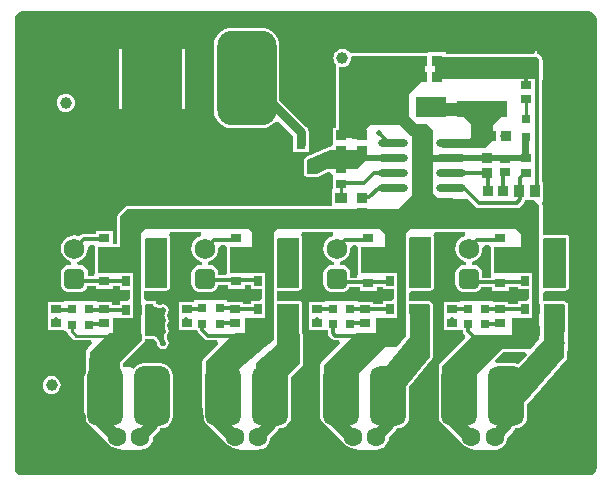
<source format=gtl>
G04 Layer_Physical_Order=1*
G04 Layer_Color=25308*
%FSAX25Y25*%
%MOIN*%
G70*
G01*
G75*
G04:AMPARAMS|DCode=10|XSize=118.11mil|YSize=196.85mil|CornerRadius=29.53mil|HoleSize=0mil|Usage=FLASHONLY|Rotation=0.000|XOffset=0mil|YOffset=0mil|HoleType=Round|Shape=RoundedRectangle|*
%AMROUNDEDRECTD10*
21,1,0.11811,0.13780,0,0,0.0*
21,1,0.05906,0.19685,0,0,0.0*
1,1,0.05906,0.02953,-0.06890*
1,1,0.05906,-0.02953,-0.06890*
1,1,0.05906,-0.02953,0.06890*
1,1,0.05906,0.02953,0.06890*
%
%ADD10ROUNDEDRECTD10*%
%ADD11C,0.03937*%
%ADD12R,0.02559X0.03543*%
%ADD13R,0.03740X0.03150*%
%ADD14R,0.03347X0.02756*%
%ADD15R,0.04134X0.03543*%
%ADD16R,0.03150X0.03150*%
%ADD17R,0.03150X0.03150*%
%ADD18R,0.03347X0.03543*%
%ADD19R,0.03543X0.03347*%
%ADD20O,0.09843X0.02756*%
%ADD21R,0.09843X0.06693*%
%ADD22R,0.03150X0.03543*%
%ADD23R,0.03543X0.04134*%
%ADD24R,0.16535X0.05512*%
%ADD25C,0.01181*%
%ADD26C,0.01000*%
%ADD27C,0.01378*%
%ADD28C,0.03150*%
%ADD29C,0.02362*%
%ADD30C,0.03937*%
%ADD31C,0.15748*%
G04:AMPARAMS|DCode=32|XSize=196.85mil|YSize=314.96mil|CornerRadius=49.21mil|HoleSize=0mil|Usage=FLASHONLY|Rotation=0.000|XOffset=0mil|YOffset=0mil|HoleType=Round|Shape=RoundedRectangle|*
%AMROUNDEDRECTD32*
21,1,0.19685,0.21654,0,0,0.0*
21,1,0.09843,0.31496,0,0,0.0*
1,1,0.09843,0.04921,-0.10827*
1,1,0.09843,-0.04921,-0.10827*
1,1,0.09843,-0.04921,0.10827*
1,1,0.09843,0.04921,0.10827*
%
%ADD32ROUNDEDRECTD32*%
G04:AMPARAMS|DCode=33|XSize=68.9mil|YSize=68.9mil|CornerRadius=17.22mil|HoleSize=0mil|Usage=FLASHONLY|Rotation=270.000|XOffset=0mil|YOffset=0mil|HoleType=Round|Shape=RoundedRectangle|*
%AMROUNDEDRECTD33*
21,1,0.06890,0.03445,0,0,270.0*
21,1,0.03445,0.06890,0,0,270.0*
1,1,0.03445,-0.01722,-0.01722*
1,1,0.03445,-0.01722,0.01722*
1,1,0.03445,0.01722,0.01722*
1,1,0.03445,0.01722,-0.01722*
%
%ADD33ROUNDEDRECTD33*%
%ADD34C,0.06890*%
%ADD35C,0.06299*%
%ADD36C,0.01969*%
G36*
X0153350Y0180500D02*
X0153350Y0164354D01*
X0152996Y0164000D01*
X0145850D01*
Y0180146D01*
X0146203Y0180500D01*
X0153350Y0180500D01*
D02*
G37*
G36*
X0286350Y0180500D02*
X0286350Y0164354D01*
X0285996Y0164000D01*
X0278397Y0164000D01*
Y0174409D01*
X0278397Y0174409D01*
X0278397Y0180146D01*
X0278751Y0180500D01*
X0286350Y0180500D01*
D02*
G37*
G36*
X0197350Y0180500D02*
X0197350Y0164354D01*
X0196996Y0164000D01*
X0189850D01*
Y0180146D01*
X0190203Y0180500D01*
X0197350Y0180500D01*
D02*
G37*
G36*
X0216830Y0177500D02*
Y0169000D01*
X0216908Y0168610D01*
X0216955Y0168539D01*
X0216638Y0167631D01*
X0216432Y0167358D01*
X0214318D01*
Y0168722D01*
X0214224Y0169433D01*
X0213950Y0170095D01*
X0213514Y0170664D01*
X0212945Y0171100D01*
X0212283Y0171375D01*
X0211572Y0171468D01*
X0210935D01*
X0210858Y0172649D01*
X0211010Y0172669D01*
X0212091Y0173117D01*
X0213020Y0173830D01*
X0213732Y0174758D01*
X0214180Y0175840D01*
X0214333Y0177000D01*
X0214299Y0177254D01*
X0215078Y0178142D01*
X0215764D01*
X0216830Y0177500D01*
D02*
G37*
G36*
X0241203Y0180709D02*
X0241203Y0164354D01*
X0240850Y0164000D01*
X0233830D01*
Y0168679D01*
X0233840Y0168694D01*
X0233840Y0168694D01*
X0233840Y0168695D01*
X0233879Y0168890D01*
X0233917Y0169084D01*
X0233917Y0169085D01*
X0233917Y0169085D01*
X0233909Y0174401D01*
Y0180355D01*
X0234263Y0180709D01*
X0241203Y0180709D01*
D02*
G37*
G36*
X0146555Y0158402D02*
X0148492D01*
X0148513Y0158343D01*
X0148537Y0158224D01*
X0148581Y0158158D01*
X0148609Y0158082D01*
X0148691Y0157994D01*
X0148758Y0157894D01*
X0148825Y0157849D01*
X0148879Y0157790D01*
X0149203Y0157554D01*
X0149344Y0157489D01*
X0149479Y0157412D01*
X0150336Y0157125D01*
X0150401Y0157116D01*
X0150461Y0157091D01*
X0150596D01*
X0150730Y0157074D01*
X0150794Y0157091D01*
X0150859D01*
X0150984Y0157143D01*
X0151114Y0157179D01*
X0151166Y0157219D01*
X0151226Y0157244D01*
X0151473Y0157409D01*
X0151850Y0157483D01*
X0152226Y0157409D01*
X0152545Y0157195D01*
X0152758Y0156876D01*
X0152833Y0156500D01*
X0152746Y0156061D01*
X0152737Y0156039D01*
X0152666Y0155908D01*
X0152403Y0155048D01*
X0152393Y0154946D01*
X0152363Y0154847D01*
X0152373Y0154750D01*
X0152363Y0154653D01*
X0152393Y0154554D01*
X0152403Y0154452D01*
X0152666Y0153592D01*
X0152737Y0153461D01*
X0152746Y0153438D01*
X0152833Y0153000D01*
X0152746Y0152561D01*
X0152737Y0152539D01*
X0152666Y0152408D01*
X0152403Y0151548D01*
X0152393Y0151446D01*
X0152363Y0151347D01*
X0152373Y0151250D01*
X0152363Y0151153D01*
X0152393Y0151054D01*
X0152403Y0150952D01*
X0152666Y0150092D01*
X0152737Y0149961D01*
X0152746Y0149938D01*
X0152833Y0149500D01*
X0152758Y0149124D01*
X0152432Y0148636D01*
X0152394Y0148543D01*
X0152338Y0148460D01*
X0152319Y0148361D01*
X0152280Y0148268D01*
Y0148168D01*
X0152261Y0148069D01*
Y0146931D01*
X0152280Y0146832D01*
Y0146732D01*
X0152319Y0146639D01*
X0152338Y0146540D01*
X0152394Y0146457D01*
X0152432Y0146364D01*
X0152758Y0145876D01*
X0152833Y0145500D01*
X0152758Y0145124D01*
X0152545Y0144805D01*
X0152226Y0144591D01*
X0151850Y0144516D01*
X0151473Y0144591D01*
X0151154Y0144805D01*
X0150941Y0145124D01*
X0150836Y0145652D01*
Y0145746D01*
X0150828Y0145766D01*
X0150827Y0145789D01*
X0150752Y0145950D01*
X0150684Y0146114D01*
X0150668Y0146129D01*
X0150659Y0146149D01*
X0149794Y0147330D01*
X0149736Y0147384D01*
X0149692Y0147449D01*
X0149591Y0147517D01*
X0149501Y0147599D01*
X0149427Y0147626D01*
X0149362Y0147670D01*
X0149242Y0147694D01*
X0149128Y0147736D01*
X0149049Y0147732D01*
X0148972Y0147748D01*
X0145874D01*
X0145851Y0158094D01*
X0145917Y0158176D01*
X0146350Y0158443D01*
X0146555Y0158402D01*
D02*
G37*
G36*
X0197481Y0138408D02*
X0192843Y0134157D01*
X0192852Y0133859D01*
X0192504Y0133500D01*
X0185526Y0133500D01*
X0184825Y0134353D01*
X0184825D01*
X0184757Y0134354D01*
X0182931Y0136202D01*
X0182860Y0138954D01*
X0189970Y0144875D01*
X0189853Y0158145D01*
X0190205Y0158500D01*
X0197350Y0158500D01*
X0197481Y0138408D01*
D02*
G37*
G36*
X0240848Y0158145D02*
X0240764Y0140945D01*
X0232102Y0130315D01*
X0232000Y0128000D01*
X0224622Y0128000D01*
Y0135677D01*
X0234057Y0147390D01*
X0234125Y0158500D01*
X0240495Y0158500D01*
X0240848Y0158145D01*
D02*
G37*
G36*
X0151962Y0137700D02*
X0152676Y0137405D01*
X0153289Y0136934D01*
X0153350Y0136855D01*
Y0134500D01*
X0147416Y0134500D01*
X0147063Y0134853D01*
Y0135433D01*
X0143541D01*
X0143030Y0135949D01*
X0143046Y0136735D01*
X0143199Y0136934D01*
X0143812Y0137405D01*
X0144526Y0137700D01*
X0145358Y0137810D01*
X0151130D01*
X0151962Y0137700D01*
D02*
G37*
G36*
X0273072Y0141600D02*
X0270384Y0138675D01*
X0270339Y0138693D01*
X0269307Y0138829D01*
X0263402D01*
X0262963Y0138772D01*
X0262411Y0139890D01*
X0265202Y0142681D01*
X0268703D01*
X0268703D01*
X0272597Y0142681D01*
X0273072Y0141600D01*
D02*
G37*
G36*
X0285993Y0158143D02*
X0285646Y0140945D01*
X0272641Y0126000D01*
X0269158D01*
X0267143D01*
X0266790Y0126354D01*
X0266796Y0128110D01*
X0266603Y0130070D01*
X0266032Y0131955D01*
X0265103Y0133692D01*
X0263853Y0135215D01*
X0263853D01*
X0263785Y0135215D01*
X0262485Y0136539D01*
X0262678Y0137000D01*
X0270230Y0137000D01*
X0278977Y0146518D01*
X0278922Y0158145D01*
X0279274Y0158500D01*
X0285643Y0158500D01*
X0285993Y0158143D01*
D02*
G37*
G36*
X0261330Y0177500D02*
Y0170181D01*
X0261330Y0169000D01*
Y0169000D01*
X0261220Y0167865D01*
X0261138Y0167631D01*
X0260932Y0167358D01*
X0258318D01*
Y0168722D01*
X0258225Y0169433D01*
X0257950Y0170095D01*
X0257514Y0170664D01*
X0256945Y0171100D01*
X0256283Y0171375D01*
X0255572Y0171468D01*
X0254935D01*
X0254858Y0172649D01*
X0255010Y0172669D01*
X0256091Y0173117D01*
X0257020Y0173830D01*
X0257732Y0174758D01*
X0258180Y0175840D01*
X0258333Y0177000D01*
X0258299Y0177254D01*
X0259078Y0178142D01*
X0260264D01*
X0261330Y0177500D01*
D02*
G37*
G36*
X0276633Y0240888D02*
X0277378Y0239895D01*
Y0233494D01*
X0242622Y0233410D01*
X0242522Y0240671D01*
X0242874Y0241026D01*
X0276633Y0240888D01*
D02*
G37*
G36*
X0265961Y0222047D02*
X0261768Y0217854D01*
X0261768Y0213165D01*
X0259268Y0210665D01*
X0244768D01*
Y0213312D01*
X0245121Y0213665D01*
X0254035Y0213665D01*
X0254543Y0214173D01*
X0254543Y0218437D01*
X0251942Y0221260D01*
X0245100Y0221260D01*
X0245095Y0225237D01*
X0245448Y0225590D01*
X0265961Y0225590D01*
X0265961Y0222047D01*
D02*
G37*
G36*
X0294886Y0255892D02*
X0295711Y0255341D01*
X0296262Y0254516D01*
X0296442Y0253609D01*
X0296429Y0253543D01*
Y0103937D01*
X0296442Y0103871D01*
X0296262Y0102964D01*
X0295711Y0102139D01*
X0294886Y0101588D01*
X0293979Y0101408D01*
X0293913Y0101421D01*
X0104937D01*
X0104871Y0101408D01*
X0103964Y0101588D01*
X0103139Y0102139D01*
X0102588Y0102964D01*
X0102408Y0103871D01*
X0102421Y0103937D01*
Y0253543D01*
X0102408Y0253609D01*
X0102588Y0254516D01*
X0103139Y0255341D01*
X0103964Y0255892D01*
X0104871Y0256072D01*
X0104937Y0256059D01*
X0276224D01*
X0276224Y0249440D01*
Y0245451D01*
Y0245271D01*
X0276224Y0244030D01*
Y0243976D01*
Y0243941D01*
X0276158Y0243237D01*
X0275821Y0242428D01*
X0275596Y0242141D01*
X0275587Y0242130D01*
X0275538Y0242067D01*
X0275524Y0242050D01*
X0275519Y0242045D01*
X0275464Y0241990D01*
X0275411Y0241937D01*
X0275387Y0241913D01*
X0246059Y0242033D01*
Y0242437D01*
X0240713D01*
X0240713Y0242437D01*
Y0242437D01*
X0240713D01*
X0240713Y0242437D01*
X0239595Y0242287D01*
X0239594Y0242287D01*
X0239546Y0242281D01*
X0239542Y0242281D01*
X0239538Y0242284D01*
X0239347Y0242320D01*
X0239156Y0242358D01*
X0238656Y0242358D01*
X0238656Y0242358D01*
X0238656Y0242358D01*
X0215732Y0242358D01*
X0215025Y0242358D01*
X0214991Y0242352D01*
X0214958Y0242356D01*
X0214800Y0242319D01*
X0214634Y0242281D01*
X0214634D01*
X0213637Y0242752D01*
X0213516Y0242846D01*
X0213127Y0243144D01*
X0212405Y0243443D01*
X0211630Y0243545D01*
X0210855Y0243443D01*
X0210133Y0243144D01*
X0209513Y0242668D01*
X0209037Y0242048D01*
X0208738Y0241326D01*
X0208636Y0240551D01*
X0208738Y0239776D01*
X0209037Y0239054D01*
X0209042Y0239047D01*
X0209520Y0238393D01*
X0209601Y0237954D01*
X0209562Y0237861D01*
X0209507Y0237778D01*
X0209487Y0237679D01*
X0209449Y0237586D01*
X0209449Y0237486D01*
X0209429Y0237388D01*
X0209429Y0217046D01*
X0208480D01*
X0208480Y0211649D01*
X0208315Y0211484D01*
X0207680Y0210862D01*
X0207492Y0210822D01*
X0207303Y0210784D01*
X0207297Y0210781D01*
X0207291Y0210780D01*
X0199448Y0207418D01*
X0199293Y0207312D01*
X0199136Y0207210D01*
X0199130Y0207200D01*
X0199120Y0207193D01*
X0199018Y0207036D01*
X0198912Y0206881D01*
X0198909Y0206870D01*
X0198903Y0206860D01*
X0198869Y0206675D01*
X0198830Y0206492D01*
X0198786Y0202335D01*
X0198787Y0202332D01*
X0198786Y0202329D01*
X0198824Y0202136D01*
X0198860Y0201944D01*
X0198862Y0201941D01*
X0198862Y0201939D01*
X0198970Y0201775D01*
X0199016Y0201705D01*
Y0201165D01*
X0199560D01*
X0199600Y0201138D01*
X0199763Y0201028D01*
X0199765Y0201028D01*
X0199767Y0201027D01*
X0199960Y0200988D01*
X0200152Y0200949D01*
X0200155Y0200949D01*
X0200158Y0200949D01*
X0203074Y0200949D01*
X0203078Y0200949D01*
X0203078Y0200949D01*
X0203081D01*
X0203321Y0200949D01*
X0203335D01*
X0203345D01*
X0203345Y0200949D01*
X0203362Y0200949D01*
X0203362D01*
X0203362D01*
X0203363Y0200949D01*
X0203398Y0200956D01*
X0203431Y0200952D01*
X0203431Y0200952D01*
X0203433Y0200952D01*
X0203433D01*
X0203434Y0200951D01*
X0203434D01*
X0203434Y0200951D01*
X0203436Y0200952D01*
X0203592Y0200995D01*
X0203752Y0201027D01*
X0203783Y0201047D01*
X0203818Y0201057D01*
X0203853Y0201074D01*
X0204165Y0201165D01*
Y0201165D01*
Y0201166D01*
Y0201167D01*
Y0201167D01*
Y0201167D01*
Y0201169D01*
Y0201175D01*
Y0201175D01*
Y0201177D01*
Y0201184D01*
Y0201185D01*
Y0201192D01*
Y0201230D01*
X0206738Y0202516D01*
X0207557Y0202527D01*
X0208398Y0201697D01*
Y0201051D01*
Y0196768D01*
X0208169D01*
Y0191312D01*
X0139841Y0191175D01*
X0139813Y0191169D01*
X0139784Y0191173D01*
X0139619Y0191130D01*
X0139451Y0191097D01*
X0139427Y0191080D01*
X0139399Y0191073D01*
X0139263Y0190970D01*
X0139121Y0190875D01*
X0139105Y0190851D01*
X0139081Y0190833D01*
X0136852Y0188325D01*
X0136766Y0188179D01*
X0136672Y0188038D01*
X0136666Y0188008D01*
X0136651Y0187982D01*
X0136628Y0187814D01*
X0136594Y0187648D01*
X0136594Y0178519D01*
X0135220D01*
Y0183035D01*
X0129480D01*
Y0181986D01*
X0125613D01*
X0124954Y0181855D01*
X0124396Y0181482D01*
X0124030Y0181115D01*
X0123510Y0181331D01*
X0122350Y0181483D01*
X0121189Y0181331D01*
X0120108Y0180883D01*
X0119179Y0180170D01*
X0118467Y0179242D01*
X0118019Y0178160D01*
X0117866Y0177000D01*
X0118019Y0175840D01*
X0118467Y0174758D01*
X0119179Y0173830D01*
X0120108Y0173117D01*
X0121189Y0172669D01*
X0121342Y0172650D01*
X0121264Y0171468D01*
X0120627D01*
X0119916Y0171375D01*
X0119254Y0171100D01*
X0118686Y0170664D01*
X0118249Y0170095D01*
X0117975Y0169433D01*
X0117881Y0168722D01*
Y0165278D01*
X0117975Y0164567D01*
X0118249Y0163905D01*
X0118686Y0163336D01*
X0119254Y0162899D01*
X0119916Y0162625D01*
X0120627Y0162532D01*
X0124072D01*
X0124783Y0162625D01*
X0125445Y0162899D01*
X0126014Y0163336D01*
X0126450Y0163905D01*
X0126646Y0164377D01*
X0129480D01*
Y0163465D01*
X0135220D01*
Y0164377D01*
X0137440D01*
Y0163327D01*
X0139688D01*
X0140830Y0163178D01*
X0140830Y0160257D01*
X0139995Y0159422D01*
X0137440D01*
Y0158272D01*
X0135023D01*
Y0159142D01*
X0129877D01*
Y0159575D01*
X0118822D01*
Y0159142D01*
X0113676D01*
Y0154386D01*
Y0149858D01*
X0117901D01*
X0119019Y0149858D01*
X0119023D01*
X0119322Y0149632D01*
X0120058Y0148756D01*
X0120058Y0148756D01*
X0120169Y0148591D01*
X0120316Y0148371D01*
X0120803Y0147884D01*
X0121737Y0146950D01*
X0122233Y0146618D01*
X0122818Y0146502D01*
X0127885D01*
X0128337Y0145411D01*
X0126860Y0143935D01*
X0126379Y0143213D01*
X0126209Y0142362D01*
X0126209Y0142362D01*
Y0135613D01*
X0125815Y0135024D01*
X0125646Y0134173D01*
Y0131173D01*
Y0128173D01*
Y0125173D01*
Y0122736D01*
X0125815Y0121885D01*
X0126209Y0121296D01*
Y0120598D01*
X0126209Y0120598D01*
X0126358Y0119849D01*
Y0119685D01*
X0126436Y0119295D01*
X0126657Y0118964D01*
X0126988Y0118743D01*
X0127182Y0118704D01*
X0134054Y0111832D01*
X0134049Y0111790D01*
X0134997Y0111012D01*
X0136079Y0110434D01*
X0137252Y0110078D01*
X0138472Y0109958D01*
Y0109958D01*
X0138503Y0109988D01*
X0144307Y0109956D01*
X0145273Y0110083D01*
X0145386Y0110130D01*
X0145390Y0110130D01*
X0146400Y0110548D01*
X0147267Y0111214D01*
X0147756Y0111851D01*
X0147965Y0112047D01*
X0148402Y0112701D01*
X0148498Y0112845D01*
X0148685Y0113785D01*
Y0113785D01*
X0149144Y0114776D01*
X0150361Y0115993D01*
X0150837Y0116613D01*
X0150961Y0116912D01*
X0151029Y0117076D01*
X0151197D01*
X0152229Y0117212D01*
X0153190Y0117610D01*
X0154016Y0118244D01*
X0154649Y0119070D01*
X0155048Y0120031D01*
X0155184Y0121063D01*
Y0134843D01*
X0155048Y0135874D01*
X0154649Y0136836D01*
X0154016Y0137662D01*
X0153190Y0138295D01*
X0152229Y0138693D01*
X0151197Y0138829D01*
X0145291D01*
X0144259Y0138693D01*
X0143298Y0138295D01*
X0142472Y0137662D01*
X0141986Y0137028D01*
X0141964Y0137026D01*
X0141963Y0137027D01*
X0141963Y0137027D01*
X0141963Y0137027D01*
X0141959Y0137029D01*
X0141940Y0137042D01*
X0141940Y0137042D01*
X0141918Y0137057D01*
X0141519Y0137324D01*
X0141223Y0137382D01*
X0140994Y0137428D01*
X0140994D01*
Y0137413D01*
X0140994Y0137405D01*
Y0137402D01*
X0139815Y0137401D01*
X0138795D01*
X0138634Y0137474D01*
Y0138948D01*
X0145571Y0145885D01*
X0145791Y0146215D01*
X0145869Y0146605D01*
Y0146728D01*
X0148972D01*
X0149836Y0145547D01*
X0149827Y0145500D01*
X0149980Y0144726D01*
X0150419Y0144069D01*
X0151075Y0143631D01*
X0151850Y0143477D01*
X0152624Y0143631D01*
X0153280Y0144069D01*
X0153719Y0144726D01*
X0153873Y0145500D01*
X0153719Y0146274D01*
X0153280Y0146931D01*
Y0148069D01*
X0153719Y0148726D01*
X0153873Y0149500D01*
X0153719Y0150274D01*
X0153641Y0150390D01*
X0153378Y0151250D01*
X0153641Y0152110D01*
X0153719Y0152226D01*
X0153873Y0153000D01*
X0153719Y0153774D01*
X0153641Y0153890D01*
X0153378Y0154750D01*
X0153641Y0155610D01*
X0153719Y0155726D01*
X0153873Y0156500D01*
X0153719Y0157274D01*
X0153280Y0157931D01*
X0152624Y0158369D01*
X0151850Y0158523D01*
X0151075Y0158369D01*
X0150660Y0158091D01*
X0149803Y0158379D01*
X0149479Y0158615D01*
Y0159422D01*
X0146555D01*
X0145720Y0160257D01*
Y0162874D01*
X0145850Y0162980D01*
X0152996D01*
X0153386Y0163058D01*
X0153717Y0163279D01*
X0154071Y0163633D01*
X0154292Y0163963D01*
X0154369Y0164354D01*
X0154369Y0180500D01*
X0154292Y0180890D01*
X0154071Y0181221D01*
X0154006Y0181264D01*
X0154291Y0182445D01*
X0164437Y0182445D01*
X0164689Y0181330D01*
X0163608Y0180883D01*
X0162680Y0180170D01*
X0161967Y0179242D01*
X0161519Y0178160D01*
X0161366Y0177000D01*
X0161519Y0175840D01*
X0161967Y0174758D01*
X0162680Y0173830D01*
X0163608Y0173117D01*
X0164689Y0172669D01*
X0164842Y0172649D01*
X0164764Y0171468D01*
X0164127D01*
X0163417Y0171375D01*
X0162754Y0171100D01*
X0162186Y0170664D01*
X0161749Y0170095D01*
X0161475Y0169433D01*
X0161381Y0168722D01*
Y0165278D01*
X0161475Y0164567D01*
X0161749Y0163905D01*
X0162186Y0163336D01*
X0162754Y0162899D01*
X0163417Y0162625D01*
X0164127Y0162532D01*
X0167572D01*
X0168283Y0162625D01*
X0168945Y0162899D01*
X0169514Y0163336D01*
X0169950Y0163905D01*
X0170224Y0164567D01*
X0170262Y0164851D01*
X0173479D01*
Y0163701D01*
X0179220D01*
Y0164851D01*
X0181330D01*
Y0163453D01*
X0183710D01*
X0184830Y0163413D01*
X0184830Y0160382D01*
X0183995Y0159547D01*
X0181330D01*
Y0158397D01*
X0178523D01*
Y0159142D01*
X0173377D01*
Y0159811D01*
X0169504D01*
Y0159843D01*
X0166748D01*
X0166743Y0159811D01*
X0162322D01*
Y0159142D01*
X0157176D01*
Y0154386D01*
Y0149858D01*
X0163294D01*
X0163399Y0149332D01*
X0163750Y0148806D01*
X0165671Y0146885D01*
X0166198Y0146533D01*
X0166818Y0146410D01*
X0169887D01*
X0170339Y0145318D01*
X0165668Y0140647D01*
X0165186Y0139926D01*
X0165016Y0139075D01*
X0165016Y0139075D01*
Y0134173D01*
Y0131173D01*
Y0128173D01*
Y0125173D01*
X0165035Y0125078D01*
X0165024Y0124983D01*
X0165418Y0120408D01*
X0165513Y0120081D01*
X0165579Y0119747D01*
X0165633Y0119667D01*
X0165660Y0119574D01*
X0165780Y0119424D01*
X0165806Y0119295D01*
X0166027Y0118964D01*
X0166317Y0118770D01*
X0172989Y0112098D01*
X0172982Y0112056D01*
X0173255Y0111832D01*
X0173359Y0111729D01*
X0173480Y0111647D01*
X0174070Y0111163D01*
X0175312Y0110500D01*
X0176658Y0110091D01*
X0178059Y0109953D01*
Y0109953D01*
X0178094Y0109987D01*
X0183677Y0109943D01*
X0184339Y0110075D01*
X0184760Y0110130D01*
X0185770Y0110548D01*
X0186637Y0111214D01*
X0187302Y0112081D01*
X0187720Y0113090D01*
X0187855Y0114117D01*
X0189731Y0115993D01*
X0190207Y0116613D01*
X0190331Y0116912D01*
X0190399Y0117076D01*
X0190567D01*
X0191599Y0117212D01*
X0192560Y0117610D01*
X0193386Y0118244D01*
X0194020Y0119070D01*
X0194418Y0120031D01*
X0194554Y0121063D01*
Y0134342D01*
X0198170Y0137656D01*
X0198185Y0137677D01*
X0198207Y0137692D01*
X0198302Y0137837D01*
X0198405Y0137977D01*
X0198411Y0138002D01*
X0198425Y0138024D01*
X0198458Y0138195D01*
X0198500Y0138364D01*
X0198496Y0138389D01*
X0198501Y0138415D01*
X0198369Y0158507D01*
X0198330Y0158698D01*
X0198292Y0158890D01*
X0198290Y0158893D01*
X0198289Y0158896D01*
X0198179Y0159058D01*
X0198071Y0159221D01*
X0198068Y0159223D01*
X0198066Y0159226D01*
X0197902Y0159333D01*
X0197740Y0159442D01*
X0197737Y0159443D01*
X0197734Y0159444D01*
X0197541Y0159481D01*
X0197350Y0159520D01*
X0193397Y0159520D01*
X0193369Y0159547D01*
Y0159547D01*
X0189815D01*
Y0162952D01*
X0189850Y0162980D01*
X0196996D01*
X0197386Y0163058D01*
X0197717Y0163279D01*
X0198071Y0163633D01*
X0198292Y0163963D01*
X0198369Y0164354D01*
X0198369Y0180500D01*
X0198292Y0180890D01*
X0198071Y0181221D01*
X0198006Y0181264D01*
X0198291Y0182445D01*
X0208437D01*
X0208689Y0181330D01*
X0207608Y0180883D01*
X0206680Y0180170D01*
X0205967Y0179242D01*
X0205519Y0178160D01*
X0205366Y0177000D01*
X0205519Y0175840D01*
X0205967Y0174758D01*
X0206680Y0173830D01*
X0207608Y0173117D01*
X0208689Y0172669D01*
X0208842Y0172649D01*
X0208764Y0171468D01*
X0208127D01*
X0207417Y0171375D01*
X0206754Y0171100D01*
X0206186Y0170664D01*
X0205749Y0170095D01*
X0205475Y0169433D01*
X0205381Y0168722D01*
Y0165278D01*
X0205475Y0164567D01*
X0205749Y0163905D01*
X0206186Y0163336D01*
X0206754Y0162899D01*
X0207417Y0162625D01*
X0208127Y0162532D01*
X0211572D01*
X0212283Y0162625D01*
X0212945Y0162899D01*
X0213514Y0163336D01*
X0213950Y0163905D01*
X0214037Y0164114D01*
X0217421D01*
Y0162964D01*
X0223161D01*
Y0164114D01*
X0225330D01*
Y0163453D01*
X0227710D01*
X0228830Y0163413D01*
X0228830Y0160382D01*
X0227995Y0159547D01*
X0225330D01*
Y0158397D01*
X0222023D01*
Y0159142D01*
X0216877D01*
Y0159575D01*
X0211728D01*
Y0159575D01*
X0210972D01*
Y0159575D01*
X0205822D01*
Y0159142D01*
X0200676D01*
Y0154386D01*
Y0149858D01*
X0206775D01*
Y0148953D01*
X0206899Y0148332D01*
X0207250Y0147806D01*
X0208203Y0146853D01*
X0208729Y0146502D01*
X0209350Y0146378D01*
X0210407D01*
X0210859Y0145287D01*
X0205038Y0139466D01*
X0204556Y0138745D01*
X0204386Y0137894D01*
X0204386Y0137894D01*
Y0134173D01*
Y0131173D01*
Y0128173D01*
Y0125173D01*
Y0120768D01*
X0204386Y0120768D01*
X0204556Y0119917D01*
X0205038Y0119195D01*
X0212136Y0112097D01*
X0212128Y0112056D01*
X0212401Y0111832D01*
X0212616Y0111616D01*
X0212870Y0111447D01*
X0213216Y0111163D01*
X0214457Y0110500D01*
X0215804Y0110091D01*
X0217205Y0109953D01*
Y0109953D01*
X0217239Y0109988D01*
X0223047Y0109955D01*
X0224052Y0110087D01*
X0224988Y0110475D01*
X0225019Y0110498D01*
X0225140Y0110548D01*
X0226007Y0111214D01*
X0226672Y0112081D01*
X0227090Y0113090D01*
X0227225Y0114117D01*
X0229101Y0115993D01*
X0229577Y0116613D01*
X0229701Y0116912D01*
X0229769Y0117076D01*
X0229937D01*
X0230969Y0117212D01*
X0231930Y0117610D01*
X0232756Y0118244D01*
X0233390Y0119070D01*
X0233788Y0120031D01*
X0233924Y0121063D01*
Y0130936D01*
X0241554Y0140301D01*
X0241622Y0140429D01*
X0241704Y0140550D01*
X0241715Y0140604D01*
X0241740Y0140652D01*
X0241754Y0140797D01*
X0241783Y0140940D01*
X0241867Y0158141D01*
X0241867Y0158142D01*
X0241867Y0158143D01*
X0241829Y0158337D01*
X0241792Y0158531D01*
X0241791Y0158532D01*
X0241791Y0158533D01*
X0241682Y0158698D01*
X0241572Y0158863D01*
X0241571Y0158864D01*
X0241571Y0158865D01*
X0241218Y0159219D01*
X0241217Y0159220D01*
X0241216Y0159221D01*
X0241051Y0159331D01*
X0240888Y0159441D01*
X0240886Y0159441D01*
X0240885Y0159442D01*
X0240692Y0159480D01*
X0240498Y0159520D01*
X0240496Y0159519D01*
X0240495Y0159520D01*
X0237397Y0159520D01*
X0237369Y0159547D01*
Y0159547D01*
X0235065D01*
X0233931Y0159650D01*
X0233928Y0162145D01*
X0234762Y0162980D01*
X0240850D01*
X0241240Y0163058D01*
X0241571Y0163279D01*
X0241924Y0163633D01*
X0242145Y0163963D01*
X0242223Y0164354D01*
X0242223Y0180709D01*
X0242145Y0181099D01*
X0242035Y0181264D01*
X0242223Y0181930D01*
X0242530Y0182445D01*
X0252437Y0182445D01*
X0252689Y0181330D01*
X0251608Y0180883D01*
X0250680Y0180170D01*
X0249967Y0179242D01*
X0249519Y0178160D01*
X0249366Y0177000D01*
X0249519Y0175840D01*
X0249967Y0174758D01*
X0250680Y0173830D01*
X0251608Y0173117D01*
X0252689Y0172669D01*
X0252842Y0172649D01*
X0252764Y0171468D01*
X0252127D01*
X0251416Y0171375D01*
X0250754Y0171100D01*
X0250186Y0170664D01*
X0249749Y0170095D01*
X0249475Y0169433D01*
X0249381Y0168722D01*
Y0165278D01*
X0249475Y0164567D01*
X0249749Y0163905D01*
X0250186Y0163336D01*
X0250754Y0162899D01*
X0251416Y0162625D01*
X0252127Y0162532D01*
X0255572D01*
X0256283Y0162625D01*
X0256945Y0162899D01*
X0257514Y0163336D01*
X0257950Y0163905D01*
X0258037Y0164114D01*
X0261480D01*
Y0162964D01*
X0267220D01*
Y0164114D01*
X0270330D01*
Y0163453D01*
X0272710D01*
X0273830Y0163413D01*
X0273830Y0160382D01*
X0272995Y0159547D01*
X0270330D01*
Y0158397D01*
X0267023D01*
Y0159142D01*
X0261877D01*
Y0159575D01*
X0250822D01*
Y0159142D01*
X0245676D01*
Y0154386D01*
Y0149858D01*
X0251775D01*
Y0149572D01*
X0251899Y0148951D01*
X0252250Y0148425D01*
X0252415Y0148260D01*
Y0147079D01*
X0244408Y0139072D01*
X0243926Y0138351D01*
X0243756Y0137500D01*
X0243756Y0137500D01*
Y0131173D01*
Y0128173D01*
Y0125173D01*
Y0120768D01*
X0243756Y0120768D01*
X0243926Y0119917D01*
X0244408Y0119195D01*
X0250513Y0113090D01*
X0251229Y0112315D01*
X0251555Y0112048D01*
X0251790Y0111813D01*
X0251790Y0111813D01*
X0252066Y0111629D01*
X0252530Y0111248D01*
X0254014Y0110455D01*
X0255624Y0109966D01*
X0257299Y0109801D01*
Y0109801D01*
X0257341Y0109842D01*
X0262067Y0109802D01*
X0263289Y0109963D01*
X0264427Y0110435D01*
X0265405Y0111185D01*
X0266156Y0112163D01*
X0266628Y0113302D01*
X0266756Y0114278D01*
X0268472Y0115993D01*
X0268947Y0116613D01*
X0269071Y0116912D01*
X0269139Y0117076D01*
X0269307D01*
X0270339Y0117212D01*
X0271301Y0117610D01*
X0272126Y0118244D01*
X0272760Y0119070D01*
X0273158Y0120031D01*
X0273294Y0121063D01*
Y0125233D01*
X0273362Y0125279D01*
X0273382Y0125309D01*
X0273410Y0125331D01*
X0286415Y0140276D01*
X0286491Y0140409D01*
X0286579Y0140536D01*
X0286589Y0140581D01*
X0286612Y0140621D01*
X0286632Y0140774D01*
X0286665Y0140924D01*
X0286744Y0144854D01*
X0286873Y0145500D01*
X0286768Y0146027D01*
X0286834Y0149306D01*
X0286873Y0149500D01*
X0286841Y0149658D01*
X0287012Y0158122D01*
X0287011Y0158127D01*
X0287012Y0158133D01*
X0286976Y0158323D01*
X0286942Y0158514D01*
X0286940Y0158518D01*
X0286939Y0158523D01*
X0286832Y0158686D01*
X0286728Y0158849D01*
X0286724Y0158852D01*
X0286721Y0158856D01*
X0286371Y0159214D01*
X0286367Y0159217D01*
X0286364Y0159221D01*
X0286202Y0159329D01*
X0286042Y0159438D01*
X0286037Y0159439D01*
X0286033Y0159442D01*
X0285843Y0159480D01*
X0285653Y0159520D01*
X0285648Y0159519D01*
X0285643Y0159520D01*
X0282397Y0159520D01*
X0282369Y0159547D01*
Y0159547D01*
X0278397D01*
Y0162145D01*
X0279233Y0162980D01*
X0285996Y0162980D01*
X0286386Y0163058D01*
X0286717Y0163279D01*
X0287071Y0163633D01*
X0287292Y0163963D01*
X0287369Y0164354D01*
X0287369Y0180500D01*
X0287292Y0180890D01*
X0287071Y0181221D01*
X0286740Y0181442D01*
X0286350Y0181519D01*
X0278751Y0181519D01*
X0278397Y0181810D01*
X0278397Y0191339D01*
Y0191339D01*
X0278320Y0191729D01*
X0278231Y0191861D01*
X0278194Y0191917D01*
X0278471Y0192957D01*
X0278529Y0193098D01*
X0278697D01*
Y0199232D01*
X0278313D01*
Y0233093D01*
X0278320Y0233104D01*
X0278320Y0233105D01*
X0278321Y0233106D01*
X0278359Y0233301D01*
X0278397Y0233494D01*
Y0239895D01*
X0278373Y0240020D01*
X0278366Y0240148D01*
X0278334Y0240214D01*
X0278320Y0240285D01*
X0278249Y0240391D01*
X0278194Y0240507D01*
X0277449Y0241500D01*
X0277396Y0241547D01*
X0277357Y0241606D01*
X0277296Y0241647D01*
X0277249Y0241679D01*
X0277249Y0241679D01*
X0277152Y0241766D01*
X0276987Y0241881D01*
X0276938Y0241937D01*
D01*
X0276862Y0242022D01*
X0276717Y0242231D01*
X0276642Y0242350D01*
X0276620Y0242390D01*
X0276602Y0242423D01*
X0276478Y0242701D01*
X0276412Y0242893D01*
X0276349Y0243146D01*
X0276315Y0243316D01*
X0276233Y0243961D01*
X0276224Y0244542D01*
Y0245212D01*
X0276224Y0249440D01*
Y0256059D01*
X0293913D01*
X0293979Y0256072D01*
X0294886Y0255892D01*
D02*
G37*
G36*
X0239156Y0241338D02*
X0239189Y0237796D01*
X0239189Y0233964D01*
X0233768Y0228335D01*
X0233768Y0221169D01*
X0236272Y0218665D01*
X0239768Y0218665D01*
X0241768Y0216665D01*
Y0215665D01*
Y0195453D01*
X0243501Y0193719D01*
X0253451Y0193681D01*
X0256113Y0191019D01*
X0256639Y0190667D01*
X0257260Y0190544D01*
X0269768D01*
X0270388Y0190667D01*
X0270914Y0191019D01*
X0272151Y0192255D01*
X0272502Y0192781D01*
X0272565Y0193098D01*
X0275618D01*
X0277378Y0191339D01*
X0277378Y0174409D01*
X0277378D01*
Y0146850D01*
X0275803Y0145275D01*
X0274228Y0143701D01*
X0268703Y0143701D01*
D01*
X0264779D01*
X0255724Y0134646D01*
Y0133465D01*
X0254543Y0132283D01*
X0252063Y0120472D01*
X0245488D01*
Y0137795D01*
X0255193Y0147500D01*
X0268350D01*
X0268350Y0154000D01*
X0274391D01*
X0274850Y0154000D01*
X0274850Y0154000D01*
X0274889Y0154004D01*
Y0154004D01*
X0274889Y0154483D01*
Y0159547D01*
X0274850D01*
X0274850Y0163413D01*
X0274889Y0163453D01*
X0274889D01*
Y0168996D01*
X0274354D01*
X0274350Y0169000D01*
X0262350D01*
Y0177500D01*
X0271079Y0177500D01*
X0271079Y0181890D01*
X0269504Y0183465D01*
X0234465Y0183465D01*
X0232890Y0182205D01*
Y0174400D01*
X0232898Y0169083D01*
X0232810Y0168996D01*
X0232810D01*
Y0163453D01*
X0232906D01*
X0232912Y0159649D01*
X0232810Y0159547D01*
X0232810D01*
Y0154004D01*
X0232920D01*
X0232929Y0147786D01*
X0229976Y0144094D01*
X0225803D01*
X0216354Y0134646D01*
Y0133465D01*
X0215961Y0133071D01*
X0213539Y0119793D01*
X0206118Y0120079D01*
X0206118Y0136220D01*
X0217898Y0148000D01*
X0222850D01*
X0222850Y0154000D01*
X0229391Y0154000D01*
X0229850Y0154000D01*
X0229889Y0154004D01*
X0229889Y0154484D01*
Y0154484D01*
Y0154484D01*
Y0159547D01*
X0229850D01*
X0229850Y0163413D01*
X0229889Y0163453D01*
X0229889D01*
Y0168996D01*
X0228854D01*
X0228850Y0169000D01*
X0217850D01*
Y0177500D01*
X0225803Y0177500D01*
Y0181890D01*
X0224228Y0183465D01*
X0189976D01*
X0188795Y0182283D01*
X0188795Y0175157D01*
X0188744Y0175106D01*
X0188795Y0175054D01*
Y0146457D01*
X0186039Y0144094D01*
X0186026D01*
X0176984Y0136383D01*
Y0135433D01*
X0174288Y0119685D01*
X0166748D01*
Y0138976D01*
X0176197Y0148031D01*
X0176984D01*
X0179350D01*
X0179350Y0154000D01*
X0185391D01*
X0185850Y0154000D01*
X0185850Y0154000D01*
X0185889Y0154004D01*
Y0154004D01*
X0185889Y0154483D01*
Y0159547D01*
X0185850D01*
X0185850Y0163413D01*
X0185889Y0163453D01*
X0185889D01*
Y0168996D01*
X0185354D01*
X0185350Y0169000D01*
X0174350D01*
Y0177500D01*
X0181709Y0177500D01*
Y0182520D01*
X0180527Y0183465D01*
X0145882Y0183465D01*
X0144701Y0182283D01*
X0144701Y0177125D01*
D01*
X0144701Y0148425D01*
X0144850Y0148418D01*
X0144850Y0146605D01*
X0137614Y0139370D01*
Y0136103D01*
X0137528Y0135998D01*
X0137226Y0135433D01*
X0136433D01*
Y0132610D01*
X0136401Y0132283D01*
X0136401D01*
X0136429Y0132251D01*
X0134968Y0119685D01*
X0127378Y0119685D01*
X0127378Y0140551D01*
X0135350Y0148523D01*
X0135350Y0153937D01*
X0137440D01*
Y0153878D01*
X0141999D01*
Y0159422D01*
X0141850D01*
X0141850Y0163178D01*
X0141999Y0163327D01*
X0141999D01*
Y0168870D01*
X0141479D01*
X0141350Y0169000D01*
X0130350D01*
Y0177500D01*
X0137614D01*
X0137614Y0187648D01*
X0139843Y0190156D01*
X0230313Y0190336D01*
X0234768Y0194791D01*
X0234768Y0214665D01*
X0234268D01*
X0230768Y0218165D01*
X0220740Y0218165D01*
X0219504Y0216929D01*
X0219504Y0214024D01*
X0219148Y0213673D01*
X0210449Y0213779D01*
X0210449Y0237388D01*
X0210465Y0237398D01*
X0210949Y0237647D01*
X0211630Y0237557D01*
X0212405Y0237659D01*
X0213127Y0237958D01*
X0213747Y0238434D01*
X0214223Y0239054D01*
X0214522Y0239776D01*
X0214624Y0240551D01*
X0214586Y0240839D01*
X0215025Y0241338D01*
X0238656Y0241338D01*
X0239156Y0241338D01*
D02*
G37*
G36*
X0219709Y0208165D02*
X0226618D01*
Y0206165D01*
X0219118D01*
X0216618Y0203665D01*
X0206491Y0203533D01*
X0203362Y0201968D01*
X0200158Y0201969D01*
X0199806Y0202324D01*
X0199850Y0206481D01*
X0207693Y0209842D01*
X0218032D01*
X0219709Y0208165D01*
D02*
G37*
G36*
X0173330Y0177500D02*
Y0169000D01*
X0172482Y0168137D01*
X0172398Y0168094D01*
X0170318D01*
Y0168722D01*
X0170224Y0169433D01*
X0169950Y0170095D01*
X0169514Y0170664D01*
X0168945Y0171100D01*
X0168283Y0171375D01*
X0167572Y0171468D01*
X0166935D01*
X0166858Y0172649D01*
X0167010Y0172669D01*
X0168091Y0173117D01*
X0169020Y0173830D01*
X0169732Y0174758D01*
X0170180Y0175840D01*
X0170333Y0177000D01*
X0170307Y0177197D01*
X0171271Y0178327D01*
X0172452Y0178349D01*
X0173330Y0177500D01*
D02*
G37*
G36*
X0128767Y0178234D02*
X0129330Y0177500D01*
Y0169000D01*
X0128726Y0167993D01*
X0128535Y0167821D01*
X0126818D01*
Y0168722D01*
X0126725Y0169433D01*
X0126450Y0170095D01*
X0126014Y0170664D01*
X0125445Y0171100D01*
X0124783Y0171375D01*
X0124072Y0171468D01*
X0123435D01*
X0123358Y0172650D01*
X0123510Y0172669D01*
X0124591Y0173117D01*
X0125520Y0173830D01*
X0126232Y0174758D01*
X0126680Y0175840D01*
X0126833Y0177000D01*
X0126785Y0177361D01*
X0127535Y0178308D01*
X0128767Y0178234D01*
D02*
G37*
G36*
X0273835Y0206299D02*
X0247268D01*
X0247268Y0207914D01*
X0247621Y0208268D01*
X0271472Y0208268D01*
X0271472Y0213165D01*
X0273835D01*
Y0206299D01*
D02*
G37*
%LPC*%
G36*
X0114779Y0134490D02*
X0114005Y0134388D01*
X0113282Y0134089D01*
X0112662Y0133613D01*
X0112187Y0132993D01*
X0111887Y0132271D01*
X0111785Y0131496D01*
X0111887Y0130721D01*
X0112187Y0129999D01*
X0112662Y0129379D01*
X0113282Y0128903D01*
X0114005Y0128604D01*
X0114779Y0128502D01*
X0115554Y0128604D01*
X0116277Y0128903D01*
X0116897Y0129379D01*
X0117373Y0129999D01*
X0117672Y0130721D01*
X0117774Y0131496D01*
X0117672Y0132271D01*
X0117373Y0132993D01*
X0116897Y0133613D01*
X0116277Y0134089D01*
X0115554Y0134388D01*
X0114779Y0134490D01*
D02*
G37*
G36*
X0184661Y0250635D02*
X0174819D01*
X0173658Y0250521D01*
X0172542Y0250182D01*
X0171513Y0249632D01*
X0170612Y0248892D01*
X0169872Y0247991D01*
X0169322Y0246962D01*
X0168983Y0245846D01*
X0168869Y0244685D01*
Y0223031D01*
X0168983Y0221871D01*
X0169322Y0220755D01*
X0169872Y0219726D01*
X0170612Y0218824D01*
X0171513Y0218084D01*
X0172542Y0217534D01*
X0173658Y0217196D01*
X0174819Y0217081D01*
X0184661D01*
X0185822Y0217196D01*
X0186938Y0217534D01*
X0187967Y0218084D01*
X0188869Y0218824D01*
X0189122Y0219133D01*
X0190621Y0219305D01*
X0195253Y0214672D01*
Y0211811D01*
X0195275Y0211642D01*
Y0209039D01*
X0200425D01*
Y0211642D01*
X0200447Y0211811D01*
Y0215748D01*
X0200359Y0216420D01*
X0200099Y0217046D01*
X0199687Y0217584D01*
X0190611Y0226660D01*
Y0244685D01*
X0190497Y0245846D01*
X0190158Y0246962D01*
X0189609Y0247991D01*
X0188869Y0248892D01*
X0187967Y0249632D01*
X0186938Y0250182D01*
X0185822Y0250521D01*
X0184661Y0250635D01*
D02*
G37*
G36*
X0119504Y0228585D02*
X0118729Y0228483D01*
X0118007Y0228184D01*
X0117387Y0227708D01*
X0116911Y0227088D01*
X0116612Y0226365D01*
X0116510Y0225590D01*
X0116612Y0224816D01*
X0116911Y0224093D01*
X0117387Y0223473D01*
X0118007Y0222997D01*
X0118729Y0222698D01*
X0119504Y0222596D01*
X0120279Y0222698D01*
X0121001Y0222997D01*
X0121621Y0223473D01*
X0122097Y0224093D01*
X0122396Y0224816D01*
X0122498Y0225590D01*
X0122396Y0226365D01*
X0122097Y0227088D01*
X0121621Y0227708D01*
X0121001Y0228184D01*
X0120279Y0228483D01*
X0119504Y0228585D01*
D02*
G37*
G36*
X0159268Y0243701D02*
X0137220D01*
Y0223622D01*
X0159268D01*
Y0243701D01*
D02*
G37*
%LPD*%
D10*
X0187614Y0127953D02*
D03*
X0171866D02*
D03*
X0132496D02*
D03*
X0148244D02*
D03*
X0266354D02*
D03*
X0250606D02*
D03*
X0211236D02*
D03*
X0226984D02*
D03*
D11*
X0119504Y0225590D02*
D03*
X0211630Y0240551D02*
D03*
X0114779Y0131496D02*
D03*
D12*
X0227609Y0166224D02*
D03*
X0235090D02*
D03*
Y0156775D02*
D03*
X0231350D02*
D03*
X0227609D02*
D03*
X0183609Y0166224D02*
D03*
X0191090D02*
D03*
Y0156775D02*
D03*
X0187350D02*
D03*
X0183609D02*
D03*
X0139719Y0166099D02*
D03*
X0147199D02*
D03*
Y0156650D02*
D03*
X0143459D02*
D03*
X0139719D02*
D03*
X0272609Y0166224D02*
D03*
X0280090D02*
D03*
Y0156775D02*
D03*
X0276350D02*
D03*
X0272609D02*
D03*
D13*
X0264350Y0170461D02*
D03*
Y0165539D02*
D03*
X0220291Y0175539D02*
D03*
Y0180461D02*
D03*
Y0170461D02*
D03*
Y0165539D02*
D03*
X0176350Y0175539D02*
D03*
Y0180461D02*
D03*
Y0171197D02*
D03*
Y0166276D02*
D03*
X0132350Y0175539D02*
D03*
Y0180461D02*
D03*
Y0170961D02*
D03*
Y0166039D02*
D03*
X0272768Y0207126D02*
D03*
Y0202205D02*
D03*
X0211268Y0198705D02*
D03*
Y0203626D02*
D03*
X0264350Y0175539D02*
D03*
Y0180461D02*
D03*
D14*
X0248350Y0152236D02*
D03*
Y0156764D02*
D03*
X0219350D02*
D03*
Y0152236D02*
D03*
X0203350D02*
D03*
Y0156764D02*
D03*
X0175850D02*
D03*
Y0152236D02*
D03*
X0159850D02*
D03*
Y0156764D02*
D03*
X0132350Y0156764D02*
D03*
Y0152236D02*
D03*
X0116350Y0152236D02*
D03*
Y0156764D02*
D03*
X0272768Y0226902D02*
D03*
Y0231429D02*
D03*
X0265961Y0202461D02*
D03*
Y0206988D02*
D03*
X0264350Y0156764D02*
D03*
Y0152236D02*
D03*
D15*
X0211236Y0188681D02*
D03*
Y0193996D02*
D03*
D16*
X0253397Y0157000D02*
D03*
X0259302D02*
D03*
X0214302Y0152000D02*
D03*
X0208397D02*
D03*
Y0157000D02*
D03*
X0214302D02*
D03*
X0170802Y0152000D02*
D03*
X0164897D02*
D03*
Y0157236D02*
D03*
X0170802D02*
D03*
X0127302Y0151500D02*
D03*
X0121397D02*
D03*
Y0157000D02*
D03*
X0127302D02*
D03*
X0259302Y0152000D02*
D03*
X0253397D02*
D03*
D17*
X0272768Y0220118D02*
D03*
Y0214212D02*
D03*
D18*
X0275291Y0172500D02*
D03*
X0280409D02*
D03*
X0230791Y0149500D02*
D03*
X0235909D02*
D03*
X0230791Y0172500D02*
D03*
X0235909D02*
D03*
X0186791Y0149500D02*
D03*
X0191909D02*
D03*
X0186791Y0173500D02*
D03*
X0191909D02*
D03*
X0142791Y0149500D02*
D03*
X0147909D02*
D03*
X0142791Y0173500D02*
D03*
X0147909D02*
D03*
X0238268Y0234165D02*
D03*
X0243386D02*
D03*
X0238268Y0239665D02*
D03*
X0243386D02*
D03*
X0266327Y0214665D02*
D03*
X0261209D02*
D03*
X0265327Y0196165D02*
D03*
X0260209D02*
D03*
X0275791Y0149500D02*
D03*
X0280909D02*
D03*
D19*
X0259768Y0207224D02*
D03*
Y0202106D02*
D03*
X0218323Y0188779D02*
D03*
Y0193898D02*
D03*
X0218268Y0214724D02*
D03*
Y0209606D02*
D03*
X0211268Y0214724D02*
D03*
Y0209606D02*
D03*
D20*
X0228622Y0212224D02*
D03*
Y0207224D02*
D03*
Y0202224D02*
D03*
Y0197224D02*
D03*
X0247913Y0212224D02*
D03*
Y0207224D02*
D03*
Y0202224D02*
D03*
Y0197224D02*
D03*
D21*
X0241142Y0224165D02*
D03*
X0225394D02*
D03*
D22*
X0197850Y0211811D02*
D03*
X0201590Y0203937D02*
D03*
X0194110D02*
D03*
D23*
X0270610Y0196165D02*
D03*
X0275925D02*
D03*
D24*
X0258268Y0237949D02*
D03*
Y0223382D02*
D03*
D25*
X0222327Y0202224D02*
X0229016D01*
X0219004Y0198901D02*
X0222327Y0202224D01*
X0211268Y0198901D02*
X0219004D01*
X0271004Y0193402D02*
Y0200638D01*
X0272768Y0202401D01*
X0247520Y0202224D02*
X0259650D01*
X0260209Y0196165D02*
Y0201665D01*
X0265327Y0196165D02*
Y0201461D01*
X0223768Y0215665D02*
X0227209Y0212224D01*
X0126802Y0156650D02*
X0139719D01*
X0116586Y0156500D02*
X0121397D01*
X0126802Y0152000D02*
X0131613D01*
X0269768Y0192165D02*
X0271004Y0193402D01*
X0176574Y0156775D02*
X0183609D01*
X0170802Y0157236D02*
X0176113D01*
X0159850Y0156764D02*
X0164424D01*
X0170802Y0152236D02*
X0176113D01*
X0164897Y0149953D02*
Y0152236D01*
X0186791Y0150500D02*
Y0173000D01*
X0176350Y0166472D02*
X0183361D01*
X0165877D02*
X0176350D01*
X0165850Y0177000D02*
X0168850Y0180000D01*
X0176350D01*
X0219361Y0156775D02*
X0227609D01*
X0214539Y0156764D02*
X0219350D01*
X0208161D02*
X0208397Y0157000D01*
X0203350Y0156764D02*
X0208161D01*
X0214302Y0152000D02*
X0214539Y0152236D01*
X0219350D01*
X0235409Y0149500D02*
Y0156457D01*
X0235090Y0166224D02*
Y0171681D01*
X0228054Y0175236D02*
X0230791Y0172500D01*
X0220291Y0165736D02*
X0227121D01*
X0211113D02*
X0220291D01*
X0209850Y0177000D02*
X0212613Y0179764D01*
X0220291D01*
X0208397Y0148953D02*
Y0152000D01*
Y0148953D02*
X0209350Y0148000D01*
X0259302Y0152000D02*
X0264113D01*
X0259539Y0156764D02*
X0264350D01*
X0253161D02*
X0253397Y0157000D01*
X0248350Y0156764D02*
X0253161D01*
X0264362Y0156775D02*
X0272609D01*
X0264350Y0156764D02*
X0264362Y0156775D01*
X0264350Y0165736D02*
X0272121D01*
X0272609Y0166224D01*
X0255114Y0165736D02*
X0264350D01*
X0253850Y0167000D02*
X0255114Y0165736D01*
X0253850Y0177000D02*
X0256613Y0179764D01*
X0264350D01*
Y0170264D02*
Y0175236D01*
Y0170264D02*
X0273054D01*
X0275291Y0172500D01*
X0276350Y0156775D02*
Y0171441D01*
Y0150559D02*
Y0156775D01*
X0275291Y0149500D02*
X0276350Y0150559D01*
X0280409Y0149500D02*
Y0156457D01*
X0280090Y0156775D02*
X0280409Y0156457D01*
X0280090Y0166224D02*
Y0172181D01*
X0275291Y0172500D02*
X0276350Y0171441D01*
X0253397Y0149572D02*
Y0152000D01*
X0218268Y0194724D02*
X0218898Y0194094D01*
X0220697D01*
X0223827Y0197224D01*
X0252201D02*
X0257260Y0192165D01*
X0269768D01*
X0220291Y0175236D02*
X0228054D01*
X0176350Y0175472D02*
X0184318D01*
X0253397Y0149572D02*
X0255724Y0147244D01*
X0209350Y0148000D02*
X0223866D01*
X0164897Y0149953D02*
X0166818Y0148031D01*
X0176197D01*
D26*
X0211268Y0193929D02*
Y0198901D01*
X0223827Y0197224D02*
X0229016D01*
X0211268Y0214724D02*
X0218268D01*
Y0217039D01*
X0259650Y0202224D02*
X0259768Y0202106D01*
X0260209Y0201665D01*
X0272768Y0206929D02*
Y0214212D01*
X0259768Y0207224D02*
X0272472D01*
X0272768Y0220118D02*
Y0226902D01*
X0247520Y0212224D02*
X0258768D01*
X0261209Y0214665D01*
Y0219441D01*
X0257268Y0223382D02*
X0261209Y0219441D01*
X0243386Y0234165D02*
Y0239665D01*
X0255551D01*
X0238268Y0234165D02*
Y0239665D01*
X0226650Y0224165D02*
X0236650Y0234165D01*
X0227209Y0212224D02*
X0229016D01*
X0147199Y0148709D02*
Y0156650D01*
X0143459Y0148669D02*
Y0156650D01*
X0147199Y0166099D02*
Y0173291D01*
X0143459Y0156650D02*
Y0172332D01*
X0132350Y0170764D02*
Y0175736D01*
X0134586Y0173500D01*
X0142291D01*
X0143459Y0172332D01*
X0121397Y0149453D02*
Y0151500D01*
X0176113Y0157236D02*
X0176350Y0157000D01*
X0176574Y0156775D01*
X0164424Y0156764D02*
X0164897Y0157236D01*
X0176113Y0152236D02*
X0176350Y0152472D01*
Y0171000D02*
Y0175472D01*
X0231350Y0150559D02*
Y0156775D01*
X0230791Y0157335D02*
Y0172500D01*
X0220291Y0170264D02*
Y0175236D01*
X0227121Y0165736D02*
X0227609Y0166224D01*
X0209850Y0167000D02*
X0211113Y0165736D01*
X0218268Y0217039D02*
X0225394Y0224165D01*
X0203657Y0204232D02*
X0206650Y0207224D01*
X0225866D01*
X0247520Y0197224D02*
X0252201D01*
X0121397Y0149453D02*
X0122818Y0148031D01*
X0184318Y0175472D02*
X0186791Y0173000D01*
X0122818Y0148031D02*
X0134858D01*
X0247913Y0207224D02*
X0259768D01*
D27*
X0240142Y0224165D02*
X0256484D01*
X0272768Y0231429D02*
Y0235949D01*
X0270768Y0237949D02*
X0272768Y0235949D01*
X0257268Y0237949D02*
X0270768D01*
X0123251Y0166099D02*
X0139719D01*
X0122350Y0177000D02*
X0125613Y0180264D01*
X0132350D01*
X0270768Y0237949D02*
X0274484D01*
X0275532Y0196165D02*
X0276590Y0197224D01*
Y0235842D01*
X0274484Y0237949D02*
X0276590Y0235842D01*
D28*
X0197850Y0211811D02*
Y0215748D01*
X0179740Y0233858D02*
X0197850Y0215748D01*
D29*
X0245980Y0125173D02*
Y0128173D01*
Y0131173D01*
Y0137500D01*
X0255724Y0147244D01*
X0269504D01*
X0206610Y0137894D02*
X0216717Y0148000D01*
X0206610Y0120768D02*
Y0125173D01*
Y0128173D01*
Y0131173D01*
Y0134173D01*
Y0137894D01*
X0216717Y0148000D02*
X0223866D01*
X0206610Y0120768D02*
X0214189Y0113189D01*
X0167634Y0120598D02*
X0174931Y0113301D01*
X0176197Y0148031D02*
X0182496D01*
X0167240Y0139075D02*
X0176165Y0148000D01*
X0167240Y0125173D02*
X0167634Y0120598D01*
X0167240Y0125173D02*
Y0128173D01*
Y0131173D01*
Y0134173D01*
Y0139075D01*
X0128433Y0142362D02*
X0134102Y0148031D01*
X0137220D01*
X0245980Y0120768D02*
Y0125173D01*
Y0120768D02*
X0253362Y0113386D01*
X0253756D01*
X0240209Y0207224D02*
X0247913D01*
X0127870Y0122736D02*
Y0125173D01*
Y0128173D01*
Y0131173D01*
Y0134173D01*
X0128433Y0120598D02*
Y0142362D01*
Y0120598D02*
X0135646Y0113386D01*
D30*
X0148244Y0228346D02*
Y0233858D01*
X0211236Y0118110D02*
Y0127953D01*
Y0118110D02*
X0215173Y0114173D01*
X0223047D02*
X0226984Y0118110D01*
Y0127953D01*
X0266354Y0118110D02*
Y0127953D01*
X0262417Y0114173D02*
X0266354Y0118110D01*
X0250606D02*
X0254543Y0114173D01*
X0250606Y0118110D02*
Y0127953D01*
X0132496Y0118110D02*
Y0127953D01*
Y0118110D02*
X0136433Y0114173D01*
X0144307D02*
X0148244Y0118110D01*
Y0127953D01*
X0187614Y0118110D02*
Y0127953D01*
X0183677Y0114173D02*
X0187614Y0118110D01*
X0171866D02*
Y0127953D01*
Y0118110D02*
X0175522Y0114455D01*
X0175803Y0114173D01*
D31*
X0112811Y0111811D02*
D03*
Y0245669D02*
D03*
X0286039D02*
D03*
Y0111811D02*
D03*
D32*
X0148244Y0233858D02*
D03*
X0179740D02*
D03*
D33*
X0209850Y0167000D02*
D03*
X0165850D02*
D03*
X0122350Y0167000D02*
D03*
X0253850Y0167000D02*
D03*
D34*
X0209850Y0177000D02*
D03*
X0165850D02*
D03*
X0122350Y0177000D02*
D03*
X0253850Y0177000D02*
D03*
D35*
X0215173Y0114173D02*
D03*
X0223047D02*
D03*
X0262417D02*
D03*
X0254543D02*
D03*
X0136433D02*
D03*
X0144307D02*
D03*
X0183677D02*
D03*
X0175803D02*
D03*
D36*
X0223768Y0215665D02*
D03*
X0265268Y0214665D02*
D03*
X0235268Y0189665D02*
D03*
X0238268D02*
D03*
X0241268D02*
D03*
Y0186665D02*
D03*
X0238268D02*
D03*
X0235268D02*
D03*
X0236768Y0198665D02*
D03*
X0239768D02*
D03*
Y0201665D02*
D03*
X0236768D02*
D03*
Y0204665D02*
D03*
X0239768D02*
D03*
Y0207665D02*
D03*
X0236768D02*
D03*
Y0210665D02*
D03*
X0239768D02*
D03*
X0140350Y0152500D02*
D03*
X0136850D02*
D03*
Y0145500D02*
D03*
X0137850Y0171000D02*
D03*
Y0176000D02*
D03*
X0151350Y0166500D02*
D03*
Y0174500D02*
D03*
X0151850Y0156500D02*
D03*
Y0153000D02*
D03*
Y0149500D02*
D03*
Y0145500D02*
D03*
X0275768Y0239165D02*
D03*
X0270768D02*
D03*
Y0235665D02*
D03*
X0273268Y0239165D02*
D03*
X0275768Y0235665D02*
D03*
X0273268D02*
D03*
X0195850Y0145500D02*
D03*
Y0149500D02*
D03*
Y0153000D02*
D03*
Y0156500D02*
D03*
X0195350Y0174500D02*
D03*
Y0170500D02*
D03*
Y0166500D02*
D03*
X0181850Y0176000D02*
D03*
Y0171000D02*
D03*
X0180850Y0145500D02*
D03*
Y0152500D02*
D03*
Y0149000D02*
D03*
X0184350Y0152500D02*
D03*
X0227850D02*
D03*
X0224350Y0149000D02*
D03*
Y0152500D02*
D03*
Y0145500D02*
D03*
X0225350Y0171000D02*
D03*
Y0176000D02*
D03*
X0238850Y0166500D02*
D03*
Y0170500D02*
D03*
Y0174500D02*
D03*
X0239350Y0156500D02*
D03*
Y0153000D02*
D03*
Y0149500D02*
D03*
Y0145500D02*
D03*
X0284850D02*
D03*
Y0149500D02*
D03*
Y0153000D02*
D03*
Y0156500D02*
D03*
X0284350Y0174500D02*
D03*
Y0170500D02*
D03*
Y0166500D02*
D03*
X0270850Y0175500D02*
D03*
X0269850Y0145500D02*
D03*
Y0152500D02*
D03*
Y0149000D02*
D03*
X0273350Y0152500D02*
D03*
X0270850Y0171000D02*
D03*
X0151350Y0170500D02*
D03*
X0116354Y0153150D02*
D03*
X0159661D02*
D03*
X0203362D02*
D03*
X0248244D02*
D03*
X0249646Y0235272D02*
D03*
X0252146D02*
D03*
X0249646Y0238772D02*
D03*
X0247146Y0235272D02*
D03*
Y0238772D02*
D03*
X0252146D02*
D03*
X0139583Y0242913D02*
D03*
Y0240157D02*
D03*
Y0237402D02*
D03*
Y0234646D02*
D03*
Y0231890D02*
D03*
Y0229134D02*
D03*
Y0226378D02*
D03*
Y0223622D02*
D03*
X0156905Y0242913D02*
D03*
Y0240157D02*
D03*
Y0237402D02*
D03*
Y0234646D02*
D03*
Y0231890D02*
D03*
Y0229134D02*
D03*
Y0226378D02*
D03*
Y0223622D02*
D03*
X0215610Y0134173D02*
D03*
Y0131173D02*
D03*
Y0128173D02*
D03*
Y0125173D02*
D03*
Y0122173D02*
D03*
X0222610Y0134173D02*
D03*
Y0131173D02*
D03*
Y0128173D02*
D03*
Y0125173D02*
D03*
Y0122173D02*
D03*
X0231610Y0134173D02*
D03*
Y0131173D02*
D03*
Y0128173D02*
D03*
Y0125173D02*
D03*
Y0122173D02*
D03*
X0206610Y0134173D02*
D03*
Y0131173D02*
D03*
Y0128173D02*
D03*
Y0125173D02*
D03*
Y0122173D02*
D03*
X0245980D02*
D03*
Y0125173D02*
D03*
Y0128173D02*
D03*
Y0131173D02*
D03*
Y0134173D02*
D03*
X0270980Y0122173D02*
D03*
Y0125173D02*
D03*
Y0128173D02*
D03*
Y0131173D02*
D03*
Y0134173D02*
D03*
X0261980Y0122173D02*
D03*
Y0125173D02*
D03*
Y0128173D02*
D03*
Y0131173D02*
D03*
Y0134173D02*
D03*
X0254980Y0122173D02*
D03*
Y0125173D02*
D03*
Y0128173D02*
D03*
Y0131173D02*
D03*
Y0134173D02*
D03*
X0136870D02*
D03*
Y0131173D02*
D03*
Y0128173D02*
D03*
Y0125173D02*
D03*
Y0122173D02*
D03*
X0143870Y0134173D02*
D03*
Y0131173D02*
D03*
Y0128173D02*
D03*
Y0125173D02*
D03*
Y0122173D02*
D03*
X0152870Y0134173D02*
D03*
Y0131173D02*
D03*
Y0128173D02*
D03*
Y0125173D02*
D03*
Y0122173D02*
D03*
X0127870Y0134173D02*
D03*
Y0131173D02*
D03*
Y0128173D02*
D03*
Y0125173D02*
D03*
Y0122173D02*
D03*
X0167240D02*
D03*
Y0125173D02*
D03*
Y0128173D02*
D03*
Y0131173D02*
D03*
Y0134173D02*
D03*
X0192240Y0122173D02*
D03*
Y0125173D02*
D03*
Y0128173D02*
D03*
Y0131173D02*
D03*
Y0134173D02*
D03*
X0183240Y0122173D02*
D03*
Y0125173D02*
D03*
Y0128173D02*
D03*
Y0131173D02*
D03*
Y0134173D02*
D03*
X0176240Y0122173D02*
D03*
Y0125173D02*
D03*
Y0128173D02*
D03*
Y0131173D02*
D03*
Y0134173D02*
D03*
M02*

</source>
